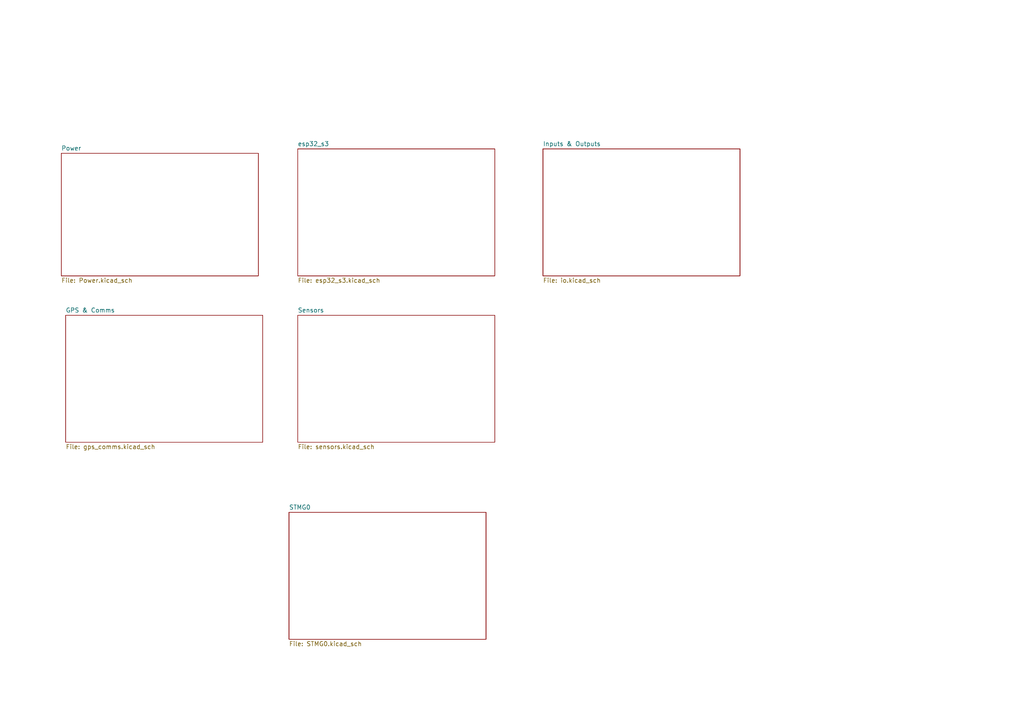
<source format=kicad_sch>
(kicad_sch
	(version 20231120)
	(generator "eeschema")
	(generator_version "8.0")
	(uuid "5b2dc117-dab4-41cc-8dc1-4f45decf8437")
	(paper "A4")
	(title_block
		(title "General Purpose Avionics")
		(date "2024-03-17")
		(rev "B")
		(company "[Unnamed]")
	)
	(lib_symbols)
	(sheet
		(at 83.82 148.59)
		(size 57.15 36.83)
		(fields_autoplaced yes)
		(stroke
			(width 0.1524)
			(type solid)
		)
		(fill
			(color 0 0 0 0.0000)
		)
		(uuid "32767177-f1a8-4254-a1e9-080656525ee1")
		(property "Sheetname" "STMG0"
			(at 83.82 147.8784 0)
			(effects
				(font
					(size 1.27 1.27)
				)
				(justify left bottom)
			)
		)
		(property "Sheetfile" "STMG0.kicad_sch"
			(at 83.82 186.0046 0)
			(effects
				(font
					(size 1.27 1.27)
				)
				(justify left top)
			)
		)
		(instances
			(project "FlightPCB"
				(path "/5b2dc117-dab4-41cc-8dc1-4f45decf8437"
					(page "8")
				)
			)
		)
	)
	(sheet
		(at 19.05 91.44)
		(size 57.15 36.83)
		(fields_autoplaced yes)
		(stroke
			(width 0.1524)
			(type solid)
		)
		(fill
			(color 0 0 0 0.0000)
		)
		(uuid "51df0989-c97f-402b-8df5-cde71758b6fc")
		(property "Sheetname" "GPS & Comms"
			(at 19.05 90.7284 0)
			(effects
				(font
					(size 1.27 1.27)
				)
				(justify left bottom)
			)
		)
		(property "Sheetfile" "gps_comms.kicad_sch"
			(at 19.05 128.8546 0)
			(effects
				(font
					(size 1.27 1.27)
				)
				(justify left top)
			)
		)
		(instances
			(project "FlightPCB"
				(path "/5b2dc117-dab4-41cc-8dc1-4f45decf8437"
					(page "3")
				)
			)
		)
	)
	(sheet
		(at 86.36 91.44)
		(size 57.15 36.83)
		(fields_autoplaced yes)
		(stroke
			(width 0.1524)
			(type solid)
		)
		(fill
			(color 0 0 0 0.0000)
		)
		(uuid "643e7afa-48b3-4748-b981-1b2c6fe6c752")
		(property "Sheetname" "Sensors"
			(at 86.36 90.7284 0)
			(effects
				(font
					(size 1.27 1.27)
				)
				(justify left bottom)
			)
		)
		(property "Sheetfile" "sensors.kicad_sch"
			(at 86.36 128.8546 0)
			(effects
				(font
					(size 1.27 1.27)
				)
				(justify left top)
			)
		)
		(instances
			(project "FlightPCB"
				(path "/5b2dc117-dab4-41cc-8dc1-4f45decf8437"
					(page "4")
				)
			)
		)
	)
	(sheet
		(at 17.78 44.45)
		(size 57.15 35.56)
		(fields_autoplaced yes)
		(stroke
			(width 0.1524)
			(type solid)
		)
		(fill
			(color 0 0 0 0.0000)
		)
		(uuid "76baa9cd-79b2-4ef5-8d4c-b78d6b1f604d")
		(property "Sheetname" "Power"
			(at 17.78 43.7384 0)
			(effects
				(font
					(size 1.27 1.27)
				)
				(justify left bottom)
			)
		)
		(property "Sheetfile" "Power.kicad_sch"
			(at 17.78 80.5946 0)
			(effects
				(font
					(size 1.27 1.27)
				)
				(justify left top)
			)
		)
		(instances
			(project "FlightPCB"
				(path "/5b2dc117-dab4-41cc-8dc1-4f45decf8437"
					(page "2")
				)
			)
		)
	)
	(sheet
		(at 157.48 43.18)
		(size 57.15 36.83)
		(fields_autoplaced yes)
		(stroke
			(width 0.1524)
			(type solid)
		)
		(fill
			(color 0 0 0 0.0000)
		)
		(uuid "c6e58d5d-ea04-4853-a390-141cdfbe2489")
		(property "Sheetname" "Inputs & Outputs"
			(at 157.48 42.4684 0)
			(effects
				(font
					(size 1.27 1.27)
				)
				(justify left bottom)
			)
		)
		(property "Sheetfile" "io.kicad_sch"
			(at 157.48 80.5946 0)
			(effects
				(font
					(size 1.27 1.27)
				)
				(justify left top)
			)
		)
		(instances
			(project "FlightPCB"
				(path "/5b2dc117-dab4-41cc-8dc1-4f45decf8437"
					(page "6")
				)
			)
		)
	)
	(sheet
		(at 86.36 43.18)
		(size 57.15 36.83)
		(fields_autoplaced yes)
		(stroke
			(width 0.1524)
			(type solid)
		)
		(fill
			(color 0 0 0 0.0000)
		)
		(uuid "d6bae6d2-c087-4955-a046-fe348380d6ca")
		(property "Sheetname" "esp32_s3"
			(at 86.36 42.4684 0)
			(effects
				(font
					(size 1.27 1.27)
				)
				(justify left bottom)
			)
		)
		(property "Sheetfile" "esp32_s3.kicad_sch"
			(at 86.36 80.5946 0)
			(effects
				(font
					(size 1.27 1.27)
				)
				(justify left top)
			)
		)
		(instances
			(project "FlightPCB"
				(path "/5b2dc117-dab4-41cc-8dc1-4f45decf8437"
					(page "5")
				)
			)
		)
	)
	(sheet_instances
		(path "/"
			(page "1")
		)
	)
)

</source>
